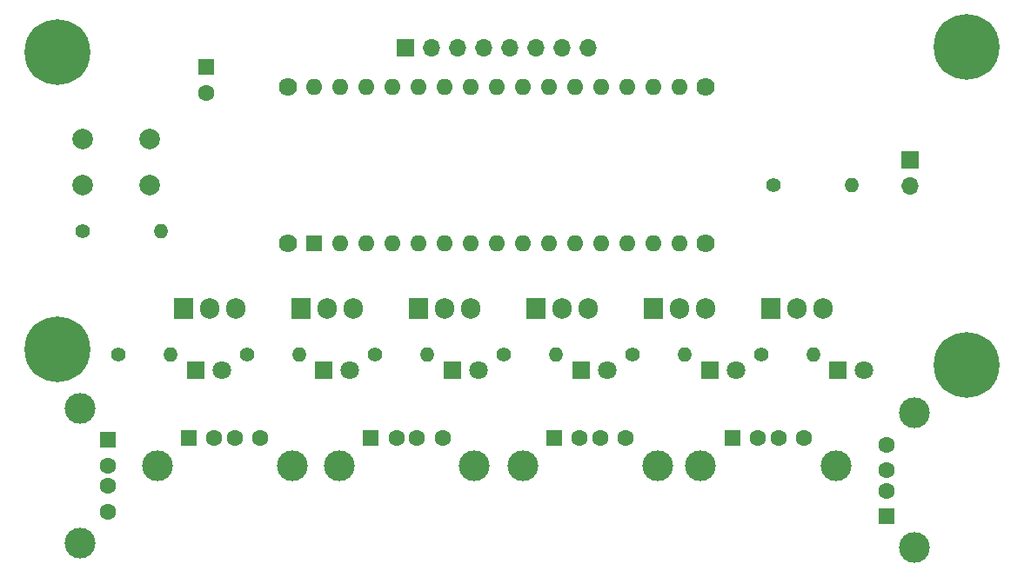
<source format=gbr>
%TF.GenerationSoftware,KiCad,Pcbnew,9.0.0*%
%TF.CreationDate,2025-04-09T17:10:58+10:00*%
%TF.ProjectId,ngmarquee.kicad_pcb_to220_usb_switch_1.1_m3,6e676d61-7271-4756-9565-2e6b69636164,rev?*%
%TF.SameCoordinates,Original*%
%TF.FileFunction,Soldermask,Top*%
%TF.FilePolarity,Negative*%
%FSLAX46Y46*%
G04 Gerber Fmt 4.6, Leading zero omitted, Abs format (unit mm)*
G04 Created by KiCad (PCBNEW 9.0.0) date 2025-04-09 17:10:58*
%MOMM*%
%LPD*%
G01*
G04 APERTURE LIST*
%ADD10C,1.400000*%
%ADD11O,1.400000X1.400000*%
%ADD12R,1.600000X1.500000*%
%ADD13C,1.600000*%
%ADD14C,3.000000*%
%ADD15R,1.500000X1.600000*%
%ADD16C,2.000000*%
%ADD17R,1.800000X1.800000*%
%ADD18C,1.800000*%
%ADD19C,6.400000*%
%ADD20R,1.905000X2.000000*%
%ADD21O,1.905000X2.000000*%
%ADD22R,1.600000X1.600000*%
%ADD23C,1.780000*%
%ADD24O,1.600000X1.600000*%
%ADD25R,1.700000X1.700000*%
%ADD26O,1.700000X1.700000*%
G04 APERTURE END LIST*
D10*
%TO.C,R7*%
X141540000Y-92090000D03*
D11*
X146620000Y-92090000D03*
%TD*%
D10*
%TO.C,R3*%
X91500000Y-92090000D03*
D11*
X96580000Y-92090000D03*
%TD*%
D12*
%TO.C,CN4*%
X133880000Y-100230000D03*
D13*
X136380000Y-100230000D03*
X138380000Y-100230000D03*
X140880000Y-100230000D03*
D14*
X130810000Y-102940000D03*
X143950000Y-102940000D03*
%TD*%
D15*
%TO.C,CN6*%
X166200000Y-107860000D03*
D13*
X166200000Y-105360000D03*
X166200000Y-103360000D03*
X166200000Y-100860000D03*
D14*
X168910000Y-110930000D03*
X168910000Y-97790000D03*
%TD*%
D16*
%TO.C,REF\u002A\u002A*%
X88040000Y-71090000D03*
X94540000Y-71090000D03*
X88040000Y-75590000D03*
X94540000Y-75590000D03*
%TD*%
D10*
%TO.C,R2*%
X155230000Y-75590000D03*
D11*
X162850000Y-75590000D03*
%TD*%
D17*
%TO.C,D1*%
X99000000Y-93590000D03*
D18*
X101540000Y-93590000D03*
%TD*%
D19*
%TO.C,REF\u002A\u002A*%
X85540000Y-62590000D03*
%TD*%
D17*
%TO.C,D6*%
X161540000Y-93590000D03*
D18*
X164080000Y-93590000D03*
%TD*%
D17*
%TO.C,D5*%
X149040000Y-93590000D03*
D18*
X151580000Y-93590000D03*
%TD*%
D12*
%TO.C,CN3*%
X116040000Y-100230000D03*
D13*
X118540000Y-100230000D03*
X120540000Y-100230000D03*
X123040000Y-100230000D03*
D14*
X112970000Y-102940000D03*
X126110000Y-102940000D03*
%TD*%
D20*
%TO.C,Q6*%
X154940000Y-87630000D03*
D21*
X157480000Y-87630000D03*
X160020000Y-87630000D03*
%TD*%
D22*
%TO.C,C1*%
X100040000Y-64090000D03*
D13*
X100040000Y-66590000D03*
%TD*%
D19*
%TO.C,REF\u002A\u002A*%
X174040000Y-93090000D03*
%TD*%
D15*
%TO.C,CN1*%
X90450000Y-100420000D03*
D13*
X90450000Y-102920000D03*
X90450000Y-104920000D03*
X90450000Y-107420000D03*
D14*
X87740000Y-97350000D03*
X87740000Y-110490000D03*
%TD*%
D20*
%TO.C,Q2*%
X109220000Y-87630000D03*
D21*
X111760000Y-87630000D03*
X114300000Y-87630000D03*
%TD*%
D10*
%TO.C,R4*%
X104040000Y-92090000D03*
D11*
X109120000Y-92090000D03*
%TD*%
D10*
%TO.C,R8*%
X154040000Y-92090000D03*
D11*
X159120000Y-92090000D03*
%TD*%
D17*
%TO.C,D4*%
X136540000Y-93590000D03*
D18*
X139080000Y-93590000D03*
%TD*%
D17*
%TO.C,D3*%
X124000000Y-93590000D03*
D18*
X126540000Y-93590000D03*
%TD*%
D20*
%TO.C,Q5*%
X143510000Y-87630000D03*
D21*
X146050000Y-87630000D03*
X148590000Y-87630000D03*
%TD*%
D19*
%TO.C,REF\u002A\u002A*%
X174040000Y-62090000D03*
%TD*%
D10*
%TO.C,R1*%
X88040000Y-80090000D03*
D11*
X95660000Y-80090000D03*
%TD*%
D10*
%TO.C,R5*%
X116500000Y-92090000D03*
D11*
X121580000Y-92090000D03*
%TD*%
D20*
%TO.C,Q4*%
X132080000Y-87630000D03*
D21*
X134620000Y-87630000D03*
X137160000Y-87630000D03*
%TD*%
D12*
%TO.C,CN2*%
X98320000Y-100230000D03*
D13*
X100820000Y-100230000D03*
X102820000Y-100230000D03*
X105320000Y-100230000D03*
D14*
X95250000Y-102940000D03*
X108390000Y-102940000D03*
%TD*%
D12*
%TO.C,CN5*%
X151220000Y-100230000D03*
D13*
X153720000Y-100230000D03*
X155720000Y-100230000D03*
X158220000Y-100230000D03*
D14*
X148150000Y-102940000D03*
X161290000Y-102940000D03*
%TD*%
D20*
%TO.C,Q3*%
X120650000Y-87630000D03*
D21*
X123190000Y-87630000D03*
X125730000Y-87630000D03*
%TD*%
D19*
%TO.C,REF\u002A\u002A*%
X85540000Y-91590000D03*
%TD*%
D20*
%TO.C,Q1*%
X97790000Y-87630000D03*
D21*
X100330000Y-87630000D03*
X102870000Y-87630000D03*
%TD*%
D23*
%TO.C,A1*%
X107950000Y-81280000D03*
X148590000Y-81280000D03*
X107950000Y-66040000D03*
X148590000Y-66040000D03*
D24*
X143510000Y-66040000D03*
X118110000Y-66040000D03*
X138430000Y-66040000D03*
X135890000Y-66040000D03*
X133350000Y-66040000D03*
X130810000Y-66040000D03*
X128270000Y-66040000D03*
X125730000Y-66040000D03*
X123190000Y-66040000D03*
X120650000Y-66040000D03*
X120650000Y-81280000D03*
X123190000Y-81280000D03*
X125730000Y-81280000D03*
X128270000Y-81280000D03*
X130810000Y-81280000D03*
X133350000Y-81280000D03*
X135890000Y-81280000D03*
X138430000Y-81280000D03*
X140970000Y-81280000D03*
X143510000Y-81280000D03*
X146050000Y-81280000D03*
X146050000Y-66040000D03*
X118110000Y-81280000D03*
X113030000Y-66040000D03*
X140970000Y-66040000D03*
X115570000Y-81280000D03*
X115570000Y-66040000D03*
X113030000Y-81280000D03*
D22*
X110490000Y-81280000D03*
D24*
X110490000Y-66040000D03*
%TD*%
D10*
%TO.C,R6*%
X129000000Y-92090000D03*
D11*
X134080000Y-92090000D03*
%TD*%
D25*
%TO.C,REF\u002A\u002A*%
X168540000Y-73090000D03*
D26*
X168540000Y-75630000D03*
%TD*%
D25*
%TO.C,J1*%
X119380000Y-62230000D03*
D26*
X121920000Y-62230000D03*
X124460000Y-62230000D03*
X127000000Y-62230000D03*
X129540000Y-62230000D03*
X132080000Y-62230000D03*
X134620000Y-62230000D03*
X137160000Y-62230000D03*
%TD*%
D17*
%TO.C,D2*%
X111500000Y-93590000D03*
D18*
X114040000Y-93590000D03*
%TD*%
M02*

</source>
